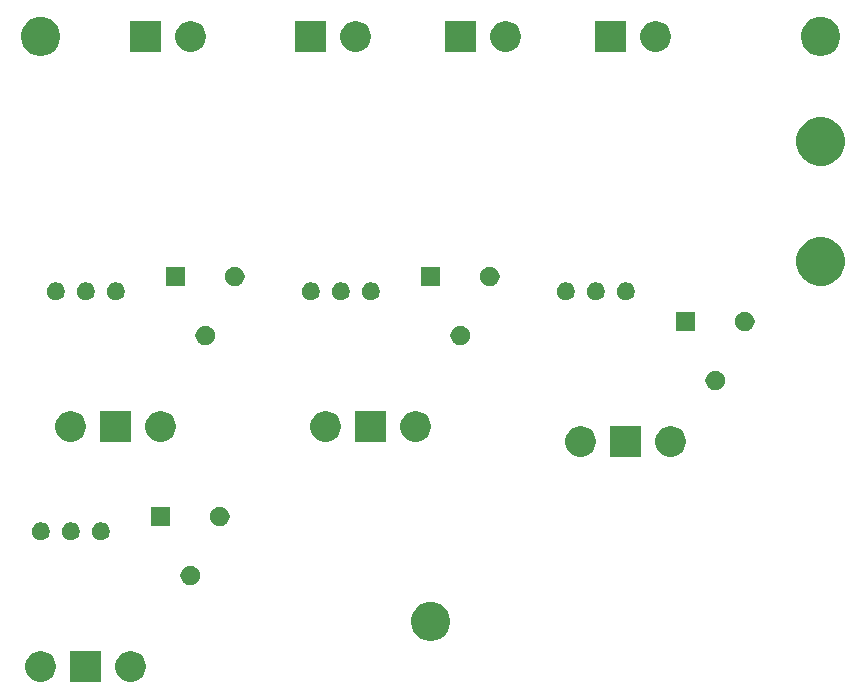
<source format=gbr>
G04 #@! TF.GenerationSoftware,KiCad,Pcbnew,(5.1.2)-1*
G04 #@! TF.CreationDate,2019-06-07T00:55:15-04:00*
G04 #@! TF.ProjectId,volt mod 2,766f6c74-206d-46f6-9420-322e6b696361,rev?*
G04 #@! TF.SameCoordinates,Original*
G04 #@! TF.FileFunction,Soldermask,Top*
G04 #@! TF.FilePolarity,Negative*
%FSLAX46Y46*%
G04 Gerber Fmt 4.6, Leading zero omitted, Abs format (unit mm)*
G04 Created by KiCad (PCBNEW (5.1.2)-1) date 2019-06-07 00:55:15*
%MOMM*%
%LPD*%
G04 APERTURE LIST*
%ADD10C,0.100000*%
G04 APERTURE END LIST*
D10*
G36*
X29589393Y-177819304D02*
G01*
X29826101Y-177917352D01*
X29826103Y-177917353D01*
X30039135Y-178059696D01*
X30220304Y-178240865D01*
X30362647Y-178453897D01*
X30362648Y-178453899D01*
X30460696Y-178690607D01*
X30510680Y-178941893D01*
X30510680Y-179198107D01*
X30460696Y-179449393D01*
X30362648Y-179686101D01*
X30362647Y-179686103D01*
X30220304Y-179899135D01*
X30039135Y-180080304D01*
X29826103Y-180222647D01*
X29826102Y-180222648D01*
X29826101Y-180222648D01*
X29589393Y-180320696D01*
X29338107Y-180370680D01*
X29081893Y-180370680D01*
X28830607Y-180320696D01*
X28593899Y-180222648D01*
X28593898Y-180222648D01*
X28593897Y-180222647D01*
X28380865Y-180080304D01*
X28199696Y-179899135D01*
X28057353Y-179686103D01*
X28057352Y-179686101D01*
X27959304Y-179449393D01*
X27909320Y-179198107D01*
X27909320Y-178941893D01*
X27959304Y-178690607D01*
X28057352Y-178453899D01*
X28057353Y-178453897D01*
X28199696Y-178240865D01*
X28380865Y-178059696D01*
X28593897Y-177917353D01*
X28593899Y-177917352D01*
X28830607Y-177819304D01*
X29081893Y-177769320D01*
X29338107Y-177769320D01*
X29589393Y-177819304D01*
X29589393Y-177819304D01*
G37*
G36*
X37209393Y-177819304D02*
G01*
X37446101Y-177917352D01*
X37446103Y-177917353D01*
X37659135Y-178059696D01*
X37840304Y-178240865D01*
X37982647Y-178453897D01*
X37982648Y-178453899D01*
X38080696Y-178690607D01*
X38130680Y-178941893D01*
X38130680Y-179198107D01*
X38080696Y-179449393D01*
X37982648Y-179686101D01*
X37982647Y-179686103D01*
X37840304Y-179899135D01*
X37659135Y-180080304D01*
X37446103Y-180222647D01*
X37446102Y-180222648D01*
X37446101Y-180222648D01*
X37209393Y-180320696D01*
X36958107Y-180370680D01*
X36701893Y-180370680D01*
X36450607Y-180320696D01*
X36213899Y-180222648D01*
X36213898Y-180222648D01*
X36213897Y-180222647D01*
X36000865Y-180080304D01*
X35819696Y-179899135D01*
X35677353Y-179686103D01*
X35677352Y-179686101D01*
X35579304Y-179449393D01*
X35529320Y-179198107D01*
X35529320Y-178941893D01*
X35579304Y-178690607D01*
X35677352Y-178453899D01*
X35677353Y-178453897D01*
X35819696Y-178240865D01*
X36000865Y-178059696D01*
X36213897Y-177917353D01*
X36213899Y-177917352D01*
X36450607Y-177819304D01*
X36701893Y-177769320D01*
X36958107Y-177769320D01*
X37209393Y-177819304D01*
X37209393Y-177819304D01*
G37*
G36*
X34320680Y-180370680D02*
G01*
X31719320Y-180370680D01*
X31719320Y-177769320D01*
X34320680Y-177769320D01*
X34320680Y-180370680D01*
X34320680Y-180370680D01*
G37*
G36*
X62605256Y-173651298D02*
G01*
X62711579Y-173672447D01*
X63012042Y-173796903D01*
X63282451Y-173977585D01*
X63512415Y-174207549D01*
X63693097Y-174477958D01*
X63817553Y-174778421D01*
X63881000Y-175097391D01*
X63881000Y-175422609D01*
X63817553Y-175741579D01*
X63693097Y-176042042D01*
X63512415Y-176312451D01*
X63282451Y-176542415D01*
X63012042Y-176723097D01*
X62711579Y-176847553D01*
X62605256Y-176868702D01*
X62392611Y-176911000D01*
X62067389Y-176911000D01*
X61854744Y-176868702D01*
X61748421Y-176847553D01*
X61447958Y-176723097D01*
X61177549Y-176542415D01*
X60947585Y-176312451D01*
X60766903Y-176042042D01*
X60642447Y-175741579D01*
X60579000Y-175422609D01*
X60579000Y-175097391D01*
X60642447Y-174778421D01*
X60766903Y-174477958D01*
X60947585Y-174207549D01*
X61177549Y-173977585D01*
X61447958Y-173796903D01*
X61748421Y-173672447D01*
X61854744Y-173651298D01*
X62067389Y-173609000D01*
X62392611Y-173609000D01*
X62605256Y-173651298D01*
X62605256Y-173651298D01*
G37*
G36*
X42110935Y-170575742D02*
G01*
X42261258Y-170638008D01*
X42396545Y-170728404D01*
X42511596Y-170843455D01*
X42601992Y-170978742D01*
X42664258Y-171129065D01*
X42696000Y-171288646D01*
X42696000Y-171451354D01*
X42664258Y-171610935D01*
X42601992Y-171761258D01*
X42511596Y-171896545D01*
X42396545Y-172011596D01*
X42261258Y-172101992D01*
X42110935Y-172164258D01*
X41951354Y-172196000D01*
X41788646Y-172196000D01*
X41629065Y-172164258D01*
X41478742Y-172101992D01*
X41343455Y-172011596D01*
X41228404Y-171896545D01*
X41138008Y-171761258D01*
X41075742Y-171610935D01*
X41044000Y-171451354D01*
X41044000Y-171288646D01*
X41075742Y-171129065D01*
X41138008Y-170978742D01*
X41228404Y-170843455D01*
X41343455Y-170728404D01*
X41478742Y-170638008D01*
X41629065Y-170575742D01*
X41788646Y-170544000D01*
X41951354Y-170544000D01*
X42110935Y-170575742D01*
X42110935Y-170575742D01*
G37*
G36*
X29335589Y-166878876D02*
G01*
X29434893Y-166898629D01*
X29575206Y-166956748D01*
X29701484Y-167041125D01*
X29808875Y-167148516D01*
X29893252Y-167274794D01*
X29951371Y-167415107D01*
X29981000Y-167564063D01*
X29981000Y-167715937D01*
X29951371Y-167864893D01*
X29893252Y-168005206D01*
X29808875Y-168131484D01*
X29701484Y-168238875D01*
X29575206Y-168323252D01*
X29434893Y-168381371D01*
X29335589Y-168401124D01*
X29285938Y-168411000D01*
X29134062Y-168411000D01*
X29084411Y-168401124D01*
X28985107Y-168381371D01*
X28844794Y-168323252D01*
X28718516Y-168238875D01*
X28611125Y-168131484D01*
X28526748Y-168005206D01*
X28468629Y-167864893D01*
X28439000Y-167715937D01*
X28439000Y-167564063D01*
X28468629Y-167415107D01*
X28526748Y-167274794D01*
X28611125Y-167148516D01*
X28718516Y-167041125D01*
X28844794Y-166956748D01*
X28985107Y-166898629D01*
X29084411Y-166878876D01*
X29134062Y-166869000D01*
X29285938Y-166869000D01*
X29335589Y-166878876D01*
X29335589Y-166878876D01*
G37*
G36*
X34415589Y-166878876D02*
G01*
X34514893Y-166898629D01*
X34655206Y-166956748D01*
X34781484Y-167041125D01*
X34888875Y-167148516D01*
X34973252Y-167274794D01*
X35031371Y-167415107D01*
X35061000Y-167564063D01*
X35061000Y-167715937D01*
X35031371Y-167864893D01*
X34973252Y-168005206D01*
X34888875Y-168131484D01*
X34781484Y-168238875D01*
X34655206Y-168323252D01*
X34514893Y-168381371D01*
X34415589Y-168401124D01*
X34365938Y-168411000D01*
X34214062Y-168411000D01*
X34164411Y-168401124D01*
X34065107Y-168381371D01*
X33924794Y-168323252D01*
X33798516Y-168238875D01*
X33691125Y-168131484D01*
X33606748Y-168005206D01*
X33548629Y-167864893D01*
X33519000Y-167715937D01*
X33519000Y-167564063D01*
X33548629Y-167415107D01*
X33606748Y-167274794D01*
X33691125Y-167148516D01*
X33798516Y-167041125D01*
X33924794Y-166956748D01*
X34065107Y-166898629D01*
X34164411Y-166878876D01*
X34214062Y-166869000D01*
X34365938Y-166869000D01*
X34415589Y-166878876D01*
X34415589Y-166878876D01*
G37*
G36*
X31875589Y-166878876D02*
G01*
X31974893Y-166898629D01*
X32115206Y-166956748D01*
X32241484Y-167041125D01*
X32348875Y-167148516D01*
X32433252Y-167274794D01*
X32491371Y-167415107D01*
X32521000Y-167564063D01*
X32521000Y-167715937D01*
X32491371Y-167864893D01*
X32433252Y-168005206D01*
X32348875Y-168131484D01*
X32241484Y-168238875D01*
X32115206Y-168323252D01*
X31974893Y-168381371D01*
X31875589Y-168401124D01*
X31825938Y-168411000D01*
X31674062Y-168411000D01*
X31624411Y-168401124D01*
X31525107Y-168381371D01*
X31384794Y-168323252D01*
X31258516Y-168238875D01*
X31151125Y-168131484D01*
X31066748Y-168005206D01*
X31008629Y-167864893D01*
X30979000Y-167715937D01*
X30979000Y-167564063D01*
X31008629Y-167415107D01*
X31066748Y-167274794D01*
X31151125Y-167148516D01*
X31258516Y-167041125D01*
X31384794Y-166956748D01*
X31525107Y-166898629D01*
X31624411Y-166878876D01*
X31674062Y-166869000D01*
X31825938Y-166869000D01*
X31875589Y-166878876D01*
X31875589Y-166878876D01*
G37*
G36*
X44610935Y-165575742D02*
G01*
X44761258Y-165638008D01*
X44896545Y-165728404D01*
X45011596Y-165843455D01*
X45101992Y-165978742D01*
X45164258Y-166129065D01*
X45196000Y-166288646D01*
X45196000Y-166451354D01*
X45164258Y-166610935D01*
X45101992Y-166761258D01*
X45011596Y-166896545D01*
X44896545Y-167011596D01*
X44761258Y-167101992D01*
X44610935Y-167164258D01*
X44451354Y-167196000D01*
X44288646Y-167196000D01*
X44129065Y-167164258D01*
X43978742Y-167101992D01*
X43843455Y-167011596D01*
X43728404Y-166896545D01*
X43638008Y-166761258D01*
X43575742Y-166610935D01*
X43544000Y-166451354D01*
X43544000Y-166288646D01*
X43575742Y-166129065D01*
X43638008Y-165978742D01*
X43728404Y-165843455D01*
X43843455Y-165728404D01*
X43978742Y-165638008D01*
X44129065Y-165575742D01*
X44288646Y-165544000D01*
X44451354Y-165544000D01*
X44610935Y-165575742D01*
X44610935Y-165575742D01*
G37*
G36*
X40196000Y-167196000D02*
G01*
X38544000Y-167196000D01*
X38544000Y-165544000D01*
X40196000Y-165544000D01*
X40196000Y-167196000D01*
X40196000Y-167196000D01*
G37*
G36*
X82929393Y-158769304D02*
G01*
X83166101Y-158867352D01*
X83166103Y-158867353D01*
X83379135Y-159009696D01*
X83560304Y-159190865D01*
X83677394Y-159366103D01*
X83702648Y-159403899D01*
X83800696Y-159640607D01*
X83850680Y-159891893D01*
X83850680Y-160148107D01*
X83800696Y-160399393D01*
X83702648Y-160636101D01*
X83702647Y-160636103D01*
X83560304Y-160849135D01*
X83379135Y-161030304D01*
X83166103Y-161172647D01*
X83166102Y-161172648D01*
X83166101Y-161172648D01*
X82929393Y-161270696D01*
X82678107Y-161320680D01*
X82421893Y-161320680D01*
X82170607Y-161270696D01*
X81933899Y-161172648D01*
X81933898Y-161172648D01*
X81933897Y-161172647D01*
X81720865Y-161030304D01*
X81539696Y-160849135D01*
X81397353Y-160636103D01*
X81397352Y-160636101D01*
X81299304Y-160399393D01*
X81249320Y-160148107D01*
X81249320Y-159891893D01*
X81299304Y-159640607D01*
X81397352Y-159403899D01*
X81422606Y-159366103D01*
X81539696Y-159190865D01*
X81720865Y-159009696D01*
X81933897Y-158867353D01*
X81933899Y-158867352D01*
X82170607Y-158769304D01*
X82421893Y-158719320D01*
X82678107Y-158719320D01*
X82929393Y-158769304D01*
X82929393Y-158769304D01*
G37*
G36*
X80040680Y-161320680D02*
G01*
X77439320Y-161320680D01*
X77439320Y-158719320D01*
X80040680Y-158719320D01*
X80040680Y-161320680D01*
X80040680Y-161320680D01*
G37*
G36*
X75309393Y-158769304D02*
G01*
X75546101Y-158867352D01*
X75546103Y-158867353D01*
X75759135Y-159009696D01*
X75940304Y-159190865D01*
X76057394Y-159366103D01*
X76082648Y-159403899D01*
X76180696Y-159640607D01*
X76230680Y-159891893D01*
X76230680Y-160148107D01*
X76180696Y-160399393D01*
X76082648Y-160636101D01*
X76082647Y-160636103D01*
X75940304Y-160849135D01*
X75759135Y-161030304D01*
X75546103Y-161172647D01*
X75546102Y-161172648D01*
X75546101Y-161172648D01*
X75309393Y-161270696D01*
X75058107Y-161320680D01*
X74801893Y-161320680D01*
X74550607Y-161270696D01*
X74313899Y-161172648D01*
X74313898Y-161172648D01*
X74313897Y-161172647D01*
X74100865Y-161030304D01*
X73919696Y-160849135D01*
X73777353Y-160636103D01*
X73777352Y-160636101D01*
X73679304Y-160399393D01*
X73629320Y-160148107D01*
X73629320Y-159891893D01*
X73679304Y-159640607D01*
X73777352Y-159403899D01*
X73802606Y-159366103D01*
X73919696Y-159190865D01*
X74100865Y-159009696D01*
X74313897Y-158867353D01*
X74313899Y-158867352D01*
X74550607Y-158769304D01*
X74801893Y-158719320D01*
X75058107Y-158719320D01*
X75309393Y-158769304D01*
X75309393Y-158769304D01*
G37*
G36*
X32129393Y-157499304D02*
G01*
X32366101Y-157597352D01*
X32366103Y-157597353D01*
X32579135Y-157739696D01*
X32760304Y-157920865D01*
X32902647Y-158133897D01*
X32902648Y-158133899D01*
X33000696Y-158370607D01*
X33050680Y-158621893D01*
X33050680Y-158878107D01*
X33000696Y-159129393D01*
X32902648Y-159366101D01*
X32902647Y-159366103D01*
X32760304Y-159579135D01*
X32579135Y-159760304D01*
X32366103Y-159902647D01*
X32366102Y-159902648D01*
X32366101Y-159902648D01*
X32129393Y-160000696D01*
X31878107Y-160050680D01*
X31621893Y-160050680D01*
X31370607Y-160000696D01*
X31133899Y-159902648D01*
X31133898Y-159902648D01*
X31133897Y-159902647D01*
X30920865Y-159760304D01*
X30739696Y-159579135D01*
X30597353Y-159366103D01*
X30597352Y-159366101D01*
X30499304Y-159129393D01*
X30449320Y-158878107D01*
X30449320Y-158621893D01*
X30499304Y-158370607D01*
X30597352Y-158133899D01*
X30597353Y-158133897D01*
X30739696Y-157920865D01*
X30920865Y-157739696D01*
X31133897Y-157597353D01*
X31133899Y-157597352D01*
X31370607Y-157499304D01*
X31621893Y-157449320D01*
X31878107Y-157449320D01*
X32129393Y-157499304D01*
X32129393Y-157499304D01*
G37*
G36*
X58450680Y-160050680D02*
G01*
X55849320Y-160050680D01*
X55849320Y-157449320D01*
X58450680Y-157449320D01*
X58450680Y-160050680D01*
X58450680Y-160050680D01*
G37*
G36*
X61339393Y-157499304D02*
G01*
X61576101Y-157597352D01*
X61576103Y-157597353D01*
X61789135Y-157739696D01*
X61970304Y-157920865D01*
X62112647Y-158133897D01*
X62112648Y-158133899D01*
X62210696Y-158370607D01*
X62260680Y-158621893D01*
X62260680Y-158878107D01*
X62210696Y-159129393D01*
X62112648Y-159366101D01*
X62112647Y-159366103D01*
X61970304Y-159579135D01*
X61789135Y-159760304D01*
X61576103Y-159902647D01*
X61576102Y-159902648D01*
X61576101Y-159902648D01*
X61339393Y-160000696D01*
X61088107Y-160050680D01*
X60831893Y-160050680D01*
X60580607Y-160000696D01*
X60343899Y-159902648D01*
X60343898Y-159902648D01*
X60343897Y-159902647D01*
X60130865Y-159760304D01*
X59949696Y-159579135D01*
X59807353Y-159366103D01*
X59807352Y-159366101D01*
X59709304Y-159129393D01*
X59659320Y-158878107D01*
X59659320Y-158621893D01*
X59709304Y-158370607D01*
X59807352Y-158133899D01*
X59807353Y-158133897D01*
X59949696Y-157920865D01*
X60130865Y-157739696D01*
X60343897Y-157597353D01*
X60343899Y-157597352D01*
X60580607Y-157499304D01*
X60831893Y-157449320D01*
X61088107Y-157449320D01*
X61339393Y-157499304D01*
X61339393Y-157499304D01*
G37*
G36*
X53719393Y-157499304D02*
G01*
X53956101Y-157597352D01*
X53956103Y-157597353D01*
X54169135Y-157739696D01*
X54350304Y-157920865D01*
X54492647Y-158133897D01*
X54492648Y-158133899D01*
X54590696Y-158370607D01*
X54640680Y-158621893D01*
X54640680Y-158878107D01*
X54590696Y-159129393D01*
X54492648Y-159366101D01*
X54492647Y-159366103D01*
X54350304Y-159579135D01*
X54169135Y-159760304D01*
X53956103Y-159902647D01*
X53956102Y-159902648D01*
X53956101Y-159902648D01*
X53719393Y-160000696D01*
X53468107Y-160050680D01*
X53211893Y-160050680D01*
X52960607Y-160000696D01*
X52723899Y-159902648D01*
X52723898Y-159902648D01*
X52723897Y-159902647D01*
X52510865Y-159760304D01*
X52329696Y-159579135D01*
X52187353Y-159366103D01*
X52187352Y-159366101D01*
X52089304Y-159129393D01*
X52039320Y-158878107D01*
X52039320Y-158621893D01*
X52089304Y-158370607D01*
X52187352Y-158133899D01*
X52187353Y-158133897D01*
X52329696Y-157920865D01*
X52510865Y-157739696D01*
X52723897Y-157597353D01*
X52723899Y-157597352D01*
X52960607Y-157499304D01*
X53211893Y-157449320D01*
X53468107Y-157449320D01*
X53719393Y-157499304D01*
X53719393Y-157499304D01*
G37*
G36*
X36860680Y-160050680D02*
G01*
X34259320Y-160050680D01*
X34259320Y-157449320D01*
X36860680Y-157449320D01*
X36860680Y-160050680D01*
X36860680Y-160050680D01*
G37*
G36*
X39749393Y-157499304D02*
G01*
X39986101Y-157597352D01*
X39986103Y-157597353D01*
X40199135Y-157739696D01*
X40380304Y-157920865D01*
X40522647Y-158133897D01*
X40522648Y-158133899D01*
X40620696Y-158370607D01*
X40670680Y-158621893D01*
X40670680Y-158878107D01*
X40620696Y-159129393D01*
X40522648Y-159366101D01*
X40522647Y-159366103D01*
X40380304Y-159579135D01*
X40199135Y-159760304D01*
X39986103Y-159902647D01*
X39986102Y-159902648D01*
X39986101Y-159902648D01*
X39749393Y-160000696D01*
X39498107Y-160050680D01*
X39241893Y-160050680D01*
X38990607Y-160000696D01*
X38753899Y-159902648D01*
X38753898Y-159902648D01*
X38753897Y-159902647D01*
X38540865Y-159760304D01*
X38359696Y-159579135D01*
X38217353Y-159366103D01*
X38217352Y-159366101D01*
X38119304Y-159129393D01*
X38069320Y-158878107D01*
X38069320Y-158621893D01*
X38119304Y-158370607D01*
X38217352Y-158133899D01*
X38217353Y-158133897D01*
X38359696Y-157920865D01*
X38540865Y-157739696D01*
X38753897Y-157597353D01*
X38753899Y-157597352D01*
X38990607Y-157499304D01*
X39241893Y-157449320D01*
X39498107Y-157449320D01*
X39749393Y-157499304D01*
X39749393Y-157499304D01*
G37*
G36*
X86560935Y-154065742D02*
G01*
X86711258Y-154128008D01*
X86846545Y-154218404D01*
X86961596Y-154333455D01*
X87051992Y-154468742D01*
X87114258Y-154619065D01*
X87146000Y-154778646D01*
X87146000Y-154941354D01*
X87114258Y-155100935D01*
X87051992Y-155251258D01*
X86961596Y-155386545D01*
X86846545Y-155501596D01*
X86711258Y-155591992D01*
X86560935Y-155654258D01*
X86401354Y-155686000D01*
X86238646Y-155686000D01*
X86079065Y-155654258D01*
X85928742Y-155591992D01*
X85793455Y-155501596D01*
X85678404Y-155386545D01*
X85588008Y-155251258D01*
X85525742Y-155100935D01*
X85494000Y-154941354D01*
X85494000Y-154778646D01*
X85525742Y-154619065D01*
X85588008Y-154468742D01*
X85678404Y-154333455D01*
X85793455Y-154218404D01*
X85928742Y-154128008D01*
X86079065Y-154065742D01*
X86238646Y-154034000D01*
X86401354Y-154034000D01*
X86560935Y-154065742D01*
X86560935Y-154065742D01*
G37*
G36*
X64970935Y-150255742D02*
G01*
X65121258Y-150318008D01*
X65256545Y-150408404D01*
X65371596Y-150523455D01*
X65461992Y-150658742D01*
X65524258Y-150809065D01*
X65556000Y-150968646D01*
X65556000Y-151131354D01*
X65524258Y-151290935D01*
X65461992Y-151441258D01*
X65371596Y-151576545D01*
X65256545Y-151691596D01*
X65121258Y-151781992D01*
X64970935Y-151844258D01*
X64811354Y-151876000D01*
X64648646Y-151876000D01*
X64489065Y-151844258D01*
X64338742Y-151781992D01*
X64203455Y-151691596D01*
X64088404Y-151576545D01*
X63998008Y-151441258D01*
X63935742Y-151290935D01*
X63904000Y-151131354D01*
X63904000Y-150968646D01*
X63935742Y-150809065D01*
X63998008Y-150658742D01*
X64088404Y-150523455D01*
X64203455Y-150408404D01*
X64338742Y-150318008D01*
X64489065Y-150255742D01*
X64648646Y-150224000D01*
X64811354Y-150224000D01*
X64970935Y-150255742D01*
X64970935Y-150255742D01*
G37*
G36*
X43380935Y-150255742D02*
G01*
X43531258Y-150318008D01*
X43666545Y-150408404D01*
X43781596Y-150523455D01*
X43871992Y-150658742D01*
X43934258Y-150809065D01*
X43966000Y-150968646D01*
X43966000Y-151131354D01*
X43934258Y-151290935D01*
X43871992Y-151441258D01*
X43781596Y-151576545D01*
X43666545Y-151691596D01*
X43531258Y-151781992D01*
X43380935Y-151844258D01*
X43221354Y-151876000D01*
X43058646Y-151876000D01*
X42899065Y-151844258D01*
X42748742Y-151781992D01*
X42613455Y-151691596D01*
X42498404Y-151576545D01*
X42408008Y-151441258D01*
X42345742Y-151290935D01*
X42314000Y-151131354D01*
X42314000Y-150968646D01*
X42345742Y-150809065D01*
X42408008Y-150658742D01*
X42498404Y-150523455D01*
X42613455Y-150408404D01*
X42748742Y-150318008D01*
X42899065Y-150255742D01*
X43058646Y-150224000D01*
X43221354Y-150224000D01*
X43380935Y-150255742D01*
X43380935Y-150255742D01*
G37*
G36*
X89060935Y-149065742D02*
G01*
X89211258Y-149128008D01*
X89346545Y-149218404D01*
X89461596Y-149333455D01*
X89551992Y-149468742D01*
X89614258Y-149619065D01*
X89646000Y-149778646D01*
X89646000Y-149941354D01*
X89614258Y-150100935D01*
X89551992Y-150251258D01*
X89461596Y-150386545D01*
X89346545Y-150501596D01*
X89211258Y-150591992D01*
X89060935Y-150654258D01*
X88901354Y-150686000D01*
X88738646Y-150686000D01*
X88579065Y-150654258D01*
X88428742Y-150591992D01*
X88293455Y-150501596D01*
X88178404Y-150386545D01*
X88088008Y-150251258D01*
X88025742Y-150100935D01*
X87994000Y-149941354D01*
X87994000Y-149778646D01*
X88025742Y-149619065D01*
X88088008Y-149468742D01*
X88178404Y-149333455D01*
X88293455Y-149218404D01*
X88428742Y-149128008D01*
X88579065Y-149065742D01*
X88738646Y-149034000D01*
X88901354Y-149034000D01*
X89060935Y-149065742D01*
X89060935Y-149065742D01*
G37*
G36*
X84646000Y-150686000D02*
G01*
X82994000Y-150686000D01*
X82994000Y-149034000D01*
X84646000Y-149034000D01*
X84646000Y-150686000D01*
X84646000Y-150686000D01*
G37*
G36*
X76325589Y-146558876D02*
G01*
X76424893Y-146578629D01*
X76565206Y-146636748D01*
X76691484Y-146721125D01*
X76798875Y-146828516D01*
X76883252Y-146954794D01*
X76941371Y-147095107D01*
X76971000Y-147244063D01*
X76971000Y-147395937D01*
X76941371Y-147544893D01*
X76883252Y-147685206D01*
X76798875Y-147811484D01*
X76691484Y-147918875D01*
X76565206Y-148003252D01*
X76424893Y-148061371D01*
X76325589Y-148081124D01*
X76275938Y-148091000D01*
X76124062Y-148091000D01*
X76074411Y-148081124D01*
X75975107Y-148061371D01*
X75834794Y-148003252D01*
X75708516Y-147918875D01*
X75601125Y-147811484D01*
X75516748Y-147685206D01*
X75458629Y-147544893D01*
X75429000Y-147395937D01*
X75429000Y-147244063D01*
X75458629Y-147095107D01*
X75516748Y-146954794D01*
X75601125Y-146828516D01*
X75708516Y-146721125D01*
X75834794Y-146636748D01*
X75975107Y-146578629D01*
X76074411Y-146558876D01*
X76124062Y-146549000D01*
X76275938Y-146549000D01*
X76325589Y-146558876D01*
X76325589Y-146558876D01*
G37*
G36*
X78865589Y-146558876D02*
G01*
X78964893Y-146578629D01*
X79105206Y-146636748D01*
X79231484Y-146721125D01*
X79338875Y-146828516D01*
X79423252Y-146954794D01*
X79481371Y-147095107D01*
X79511000Y-147244063D01*
X79511000Y-147395937D01*
X79481371Y-147544893D01*
X79423252Y-147685206D01*
X79338875Y-147811484D01*
X79231484Y-147918875D01*
X79105206Y-148003252D01*
X78964893Y-148061371D01*
X78865589Y-148081124D01*
X78815938Y-148091000D01*
X78664062Y-148091000D01*
X78614411Y-148081124D01*
X78515107Y-148061371D01*
X78374794Y-148003252D01*
X78248516Y-147918875D01*
X78141125Y-147811484D01*
X78056748Y-147685206D01*
X77998629Y-147544893D01*
X77969000Y-147395937D01*
X77969000Y-147244063D01*
X77998629Y-147095107D01*
X78056748Y-146954794D01*
X78141125Y-146828516D01*
X78248516Y-146721125D01*
X78374794Y-146636748D01*
X78515107Y-146578629D01*
X78614411Y-146558876D01*
X78664062Y-146549000D01*
X78815938Y-146549000D01*
X78865589Y-146558876D01*
X78865589Y-146558876D01*
G37*
G36*
X73785589Y-146558876D02*
G01*
X73884893Y-146578629D01*
X74025206Y-146636748D01*
X74151484Y-146721125D01*
X74258875Y-146828516D01*
X74343252Y-146954794D01*
X74401371Y-147095107D01*
X74431000Y-147244063D01*
X74431000Y-147395937D01*
X74401371Y-147544893D01*
X74343252Y-147685206D01*
X74258875Y-147811484D01*
X74151484Y-147918875D01*
X74025206Y-148003252D01*
X73884893Y-148061371D01*
X73785589Y-148081124D01*
X73735938Y-148091000D01*
X73584062Y-148091000D01*
X73534411Y-148081124D01*
X73435107Y-148061371D01*
X73294794Y-148003252D01*
X73168516Y-147918875D01*
X73061125Y-147811484D01*
X72976748Y-147685206D01*
X72918629Y-147544893D01*
X72889000Y-147395937D01*
X72889000Y-147244063D01*
X72918629Y-147095107D01*
X72976748Y-146954794D01*
X73061125Y-146828516D01*
X73168516Y-146721125D01*
X73294794Y-146636748D01*
X73435107Y-146578629D01*
X73534411Y-146558876D01*
X73584062Y-146549000D01*
X73735938Y-146549000D01*
X73785589Y-146558876D01*
X73785589Y-146558876D01*
G37*
G36*
X30605589Y-146558876D02*
G01*
X30704893Y-146578629D01*
X30845206Y-146636748D01*
X30971484Y-146721125D01*
X31078875Y-146828516D01*
X31163252Y-146954794D01*
X31221371Y-147095107D01*
X31251000Y-147244063D01*
X31251000Y-147395937D01*
X31221371Y-147544893D01*
X31163252Y-147685206D01*
X31078875Y-147811484D01*
X30971484Y-147918875D01*
X30845206Y-148003252D01*
X30704893Y-148061371D01*
X30605589Y-148081124D01*
X30555938Y-148091000D01*
X30404062Y-148091000D01*
X30354411Y-148081124D01*
X30255107Y-148061371D01*
X30114794Y-148003252D01*
X29988516Y-147918875D01*
X29881125Y-147811484D01*
X29796748Y-147685206D01*
X29738629Y-147544893D01*
X29709000Y-147395937D01*
X29709000Y-147244063D01*
X29738629Y-147095107D01*
X29796748Y-146954794D01*
X29881125Y-146828516D01*
X29988516Y-146721125D01*
X30114794Y-146636748D01*
X30255107Y-146578629D01*
X30354411Y-146558876D01*
X30404062Y-146549000D01*
X30555938Y-146549000D01*
X30605589Y-146558876D01*
X30605589Y-146558876D01*
G37*
G36*
X33145589Y-146558876D02*
G01*
X33244893Y-146578629D01*
X33385206Y-146636748D01*
X33511484Y-146721125D01*
X33618875Y-146828516D01*
X33703252Y-146954794D01*
X33761371Y-147095107D01*
X33791000Y-147244063D01*
X33791000Y-147395937D01*
X33761371Y-147544893D01*
X33703252Y-147685206D01*
X33618875Y-147811484D01*
X33511484Y-147918875D01*
X33385206Y-148003252D01*
X33244893Y-148061371D01*
X33145589Y-148081124D01*
X33095938Y-148091000D01*
X32944062Y-148091000D01*
X32894411Y-148081124D01*
X32795107Y-148061371D01*
X32654794Y-148003252D01*
X32528516Y-147918875D01*
X32421125Y-147811484D01*
X32336748Y-147685206D01*
X32278629Y-147544893D01*
X32249000Y-147395937D01*
X32249000Y-147244063D01*
X32278629Y-147095107D01*
X32336748Y-146954794D01*
X32421125Y-146828516D01*
X32528516Y-146721125D01*
X32654794Y-146636748D01*
X32795107Y-146578629D01*
X32894411Y-146558876D01*
X32944062Y-146549000D01*
X33095938Y-146549000D01*
X33145589Y-146558876D01*
X33145589Y-146558876D01*
G37*
G36*
X52195589Y-146558876D02*
G01*
X52294893Y-146578629D01*
X52435206Y-146636748D01*
X52561484Y-146721125D01*
X52668875Y-146828516D01*
X52753252Y-146954794D01*
X52811371Y-147095107D01*
X52841000Y-147244063D01*
X52841000Y-147395937D01*
X52811371Y-147544893D01*
X52753252Y-147685206D01*
X52668875Y-147811484D01*
X52561484Y-147918875D01*
X52435206Y-148003252D01*
X52294893Y-148061371D01*
X52195589Y-148081124D01*
X52145938Y-148091000D01*
X51994062Y-148091000D01*
X51944411Y-148081124D01*
X51845107Y-148061371D01*
X51704794Y-148003252D01*
X51578516Y-147918875D01*
X51471125Y-147811484D01*
X51386748Y-147685206D01*
X51328629Y-147544893D01*
X51299000Y-147395937D01*
X51299000Y-147244063D01*
X51328629Y-147095107D01*
X51386748Y-146954794D01*
X51471125Y-146828516D01*
X51578516Y-146721125D01*
X51704794Y-146636748D01*
X51845107Y-146578629D01*
X51944411Y-146558876D01*
X51994062Y-146549000D01*
X52145938Y-146549000D01*
X52195589Y-146558876D01*
X52195589Y-146558876D01*
G37*
G36*
X54735589Y-146558876D02*
G01*
X54834893Y-146578629D01*
X54975206Y-146636748D01*
X55101484Y-146721125D01*
X55208875Y-146828516D01*
X55293252Y-146954794D01*
X55351371Y-147095107D01*
X55381000Y-147244063D01*
X55381000Y-147395937D01*
X55351371Y-147544893D01*
X55293252Y-147685206D01*
X55208875Y-147811484D01*
X55101484Y-147918875D01*
X54975206Y-148003252D01*
X54834893Y-148061371D01*
X54735589Y-148081124D01*
X54685938Y-148091000D01*
X54534062Y-148091000D01*
X54484411Y-148081124D01*
X54385107Y-148061371D01*
X54244794Y-148003252D01*
X54118516Y-147918875D01*
X54011125Y-147811484D01*
X53926748Y-147685206D01*
X53868629Y-147544893D01*
X53839000Y-147395937D01*
X53839000Y-147244063D01*
X53868629Y-147095107D01*
X53926748Y-146954794D01*
X54011125Y-146828516D01*
X54118516Y-146721125D01*
X54244794Y-146636748D01*
X54385107Y-146578629D01*
X54484411Y-146558876D01*
X54534062Y-146549000D01*
X54685938Y-146549000D01*
X54735589Y-146558876D01*
X54735589Y-146558876D01*
G37*
G36*
X57275589Y-146558876D02*
G01*
X57374893Y-146578629D01*
X57515206Y-146636748D01*
X57641484Y-146721125D01*
X57748875Y-146828516D01*
X57833252Y-146954794D01*
X57891371Y-147095107D01*
X57921000Y-147244063D01*
X57921000Y-147395937D01*
X57891371Y-147544893D01*
X57833252Y-147685206D01*
X57748875Y-147811484D01*
X57641484Y-147918875D01*
X57515206Y-148003252D01*
X57374893Y-148061371D01*
X57275589Y-148081124D01*
X57225938Y-148091000D01*
X57074062Y-148091000D01*
X57024411Y-148081124D01*
X56925107Y-148061371D01*
X56784794Y-148003252D01*
X56658516Y-147918875D01*
X56551125Y-147811484D01*
X56466748Y-147685206D01*
X56408629Y-147544893D01*
X56379000Y-147395937D01*
X56379000Y-147244063D01*
X56408629Y-147095107D01*
X56466748Y-146954794D01*
X56551125Y-146828516D01*
X56658516Y-146721125D01*
X56784794Y-146636748D01*
X56925107Y-146578629D01*
X57024411Y-146558876D01*
X57074062Y-146549000D01*
X57225938Y-146549000D01*
X57275589Y-146558876D01*
X57275589Y-146558876D01*
G37*
G36*
X35685589Y-146558876D02*
G01*
X35784893Y-146578629D01*
X35925206Y-146636748D01*
X36051484Y-146721125D01*
X36158875Y-146828516D01*
X36243252Y-146954794D01*
X36301371Y-147095107D01*
X36331000Y-147244063D01*
X36331000Y-147395937D01*
X36301371Y-147544893D01*
X36243252Y-147685206D01*
X36158875Y-147811484D01*
X36051484Y-147918875D01*
X35925206Y-148003252D01*
X35784893Y-148061371D01*
X35685589Y-148081124D01*
X35635938Y-148091000D01*
X35484062Y-148091000D01*
X35434411Y-148081124D01*
X35335107Y-148061371D01*
X35194794Y-148003252D01*
X35068516Y-147918875D01*
X34961125Y-147811484D01*
X34876748Y-147685206D01*
X34818629Y-147544893D01*
X34789000Y-147395937D01*
X34789000Y-147244063D01*
X34818629Y-147095107D01*
X34876748Y-146954794D01*
X34961125Y-146828516D01*
X35068516Y-146721125D01*
X35194794Y-146636748D01*
X35335107Y-146578629D01*
X35434411Y-146558876D01*
X35484062Y-146549000D01*
X35635938Y-146549000D01*
X35685589Y-146558876D01*
X35685589Y-146558876D01*
G37*
G36*
X67470935Y-145255742D02*
G01*
X67621258Y-145318008D01*
X67756545Y-145408404D01*
X67871596Y-145523455D01*
X67961992Y-145658742D01*
X68024258Y-145809065D01*
X68056000Y-145968646D01*
X68056000Y-146131354D01*
X68024258Y-146290935D01*
X67961992Y-146441258D01*
X67871596Y-146576545D01*
X67756545Y-146691596D01*
X67621258Y-146781992D01*
X67470935Y-146844258D01*
X67311354Y-146876000D01*
X67148646Y-146876000D01*
X66989065Y-146844258D01*
X66838742Y-146781992D01*
X66703455Y-146691596D01*
X66588404Y-146576545D01*
X66498008Y-146441258D01*
X66435742Y-146290935D01*
X66404000Y-146131354D01*
X66404000Y-145968646D01*
X66435742Y-145809065D01*
X66498008Y-145658742D01*
X66588404Y-145523455D01*
X66703455Y-145408404D01*
X66838742Y-145318008D01*
X66989065Y-145255742D01*
X67148646Y-145224000D01*
X67311354Y-145224000D01*
X67470935Y-145255742D01*
X67470935Y-145255742D01*
G37*
G36*
X63056000Y-146876000D02*
G01*
X61404000Y-146876000D01*
X61404000Y-145224000D01*
X63056000Y-145224000D01*
X63056000Y-146876000D01*
X63056000Y-146876000D01*
G37*
G36*
X45880935Y-145255742D02*
G01*
X46031258Y-145318008D01*
X46166545Y-145408404D01*
X46281596Y-145523455D01*
X46371992Y-145658742D01*
X46434258Y-145809065D01*
X46466000Y-145968646D01*
X46466000Y-146131354D01*
X46434258Y-146290935D01*
X46371992Y-146441258D01*
X46281596Y-146576545D01*
X46166545Y-146691596D01*
X46031258Y-146781992D01*
X45880935Y-146844258D01*
X45721354Y-146876000D01*
X45558646Y-146876000D01*
X45399065Y-146844258D01*
X45248742Y-146781992D01*
X45113455Y-146691596D01*
X44998404Y-146576545D01*
X44908008Y-146441258D01*
X44845742Y-146290935D01*
X44814000Y-146131354D01*
X44814000Y-145968646D01*
X44845742Y-145809065D01*
X44908008Y-145658742D01*
X44998404Y-145523455D01*
X45113455Y-145408404D01*
X45248742Y-145318008D01*
X45399065Y-145255742D01*
X45558646Y-145224000D01*
X45721354Y-145224000D01*
X45880935Y-145255742D01*
X45880935Y-145255742D01*
G37*
G36*
X41466000Y-146876000D02*
G01*
X39814000Y-146876000D01*
X39814000Y-145224000D01*
X41466000Y-145224000D01*
X41466000Y-146876000D01*
X41466000Y-146876000D01*
G37*
G36*
X95848254Y-142807818D02*
G01*
X96221511Y-142962426D01*
X96221513Y-142962427D01*
X96557436Y-143186884D01*
X96843116Y-143472564D01*
X97067574Y-143808489D01*
X97222182Y-144181746D01*
X97301000Y-144577993D01*
X97301000Y-144982007D01*
X97222182Y-145378254D01*
X97162037Y-145523457D01*
X97067573Y-145751513D01*
X96843116Y-146087436D01*
X96557436Y-146373116D01*
X96221513Y-146597573D01*
X96221512Y-146597574D01*
X96221511Y-146597574D01*
X95848254Y-146752182D01*
X95452007Y-146831000D01*
X95047993Y-146831000D01*
X94651746Y-146752182D01*
X94278489Y-146597574D01*
X94278488Y-146597574D01*
X94278487Y-146597573D01*
X93942564Y-146373116D01*
X93656884Y-146087436D01*
X93432427Y-145751513D01*
X93337963Y-145523457D01*
X93277818Y-145378254D01*
X93199000Y-144982007D01*
X93199000Y-144577993D01*
X93277818Y-144181746D01*
X93432426Y-143808489D01*
X93656884Y-143472564D01*
X93942564Y-143186884D01*
X94278487Y-142962427D01*
X94278489Y-142962426D01*
X94651746Y-142807818D01*
X95047993Y-142729000D01*
X95452007Y-142729000D01*
X95848254Y-142807818D01*
X95848254Y-142807818D01*
G37*
G36*
X95848254Y-132647818D02*
G01*
X96221511Y-132802426D01*
X96221513Y-132802427D01*
X96557436Y-133026884D01*
X96843116Y-133312564D01*
X97067574Y-133648489D01*
X97222182Y-134021746D01*
X97301000Y-134417993D01*
X97301000Y-134822007D01*
X97222182Y-135218254D01*
X97067574Y-135591511D01*
X97067573Y-135591513D01*
X96843116Y-135927436D01*
X96557436Y-136213116D01*
X96221513Y-136437573D01*
X96221512Y-136437574D01*
X96221511Y-136437574D01*
X95848254Y-136592182D01*
X95452007Y-136671000D01*
X95047993Y-136671000D01*
X94651746Y-136592182D01*
X94278489Y-136437574D01*
X94278488Y-136437574D01*
X94278487Y-136437573D01*
X93942564Y-136213116D01*
X93656884Y-135927436D01*
X93432427Y-135591513D01*
X93432426Y-135591511D01*
X93277818Y-135218254D01*
X93199000Y-134822007D01*
X93199000Y-134417993D01*
X93277818Y-134021746D01*
X93432426Y-133648489D01*
X93656884Y-133312564D01*
X93942564Y-133026884D01*
X94278487Y-132802427D01*
X94278489Y-132802426D01*
X94651746Y-132647818D01*
X95047993Y-132569000D01*
X95452007Y-132569000D01*
X95848254Y-132647818D01*
X95848254Y-132647818D01*
G37*
G36*
X95625256Y-124121298D02*
G01*
X95731579Y-124142447D01*
X96032042Y-124266903D01*
X96302451Y-124447585D01*
X96532415Y-124677549D01*
X96713097Y-124947958D01*
X96837553Y-125248421D01*
X96901000Y-125567391D01*
X96901000Y-125892609D01*
X96837553Y-126211579D01*
X96713097Y-126512042D01*
X96532415Y-126782451D01*
X96302451Y-127012415D01*
X96032042Y-127193097D01*
X95731579Y-127317553D01*
X95625256Y-127338702D01*
X95412611Y-127381000D01*
X95087389Y-127381000D01*
X94874744Y-127338702D01*
X94768421Y-127317553D01*
X94467958Y-127193097D01*
X94197549Y-127012415D01*
X93967585Y-126782451D01*
X93786903Y-126512042D01*
X93662447Y-126211579D01*
X93599000Y-125892609D01*
X93599000Y-125567391D01*
X93662447Y-125248421D01*
X93786903Y-124947958D01*
X93967585Y-124677549D01*
X94197549Y-124447585D01*
X94467958Y-124266903D01*
X94768421Y-124142447D01*
X94874744Y-124121298D01*
X95087389Y-124079000D01*
X95412611Y-124079000D01*
X95625256Y-124121298D01*
X95625256Y-124121298D01*
G37*
G36*
X29585256Y-124121298D02*
G01*
X29691579Y-124142447D01*
X29992042Y-124266903D01*
X30262451Y-124447585D01*
X30492415Y-124677549D01*
X30673097Y-124947958D01*
X30797553Y-125248421D01*
X30861000Y-125567391D01*
X30861000Y-125892609D01*
X30797553Y-126211579D01*
X30673097Y-126512042D01*
X30492415Y-126782451D01*
X30262451Y-127012415D01*
X29992042Y-127193097D01*
X29691579Y-127317553D01*
X29585256Y-127338702D01*
X29372611Y-127381000D01*
X29047389Y-127381000D01*
X28834744Y-127338702D01*
X28728421Y-127317553D01*
X28427958Y-127193097D01*
X28157549Y-127012415D01*
X27927585Y-126782451D01*
X27746903Y-126512042D01*
X27622447Y-126211579D01*
X27559000Y-125892609D01*
X27559000Y-125567391D01*
X27622447Y-125248421D01*
X27746903Y-124947958D01*
X27927585Y-124677549D01*
X28157549Y-124447585D01*
X28427958Y-124266903D01*
X28728421Y-124142447D01*
X28834744Y-124121298D01*
X29047389Y-124079000D01*
X29372611Y-124079000D01*
X29585256Y-124121298D01*
X29585256Y-124121298D01*
G37*
G36*
X81659393Y-124479304D02*
G01*
X81896101Y-124577352D01*
X81896103Y-124577353D01*
X82109135Y-124719696D01*
X82290304Y-124900865D01*
X82432647Y-125113897D01*
X82432648Y-125113899D01*
X82530696Y-125350607D01*
X82580680Y-125601893D01*
X82580680Y-125858107D01*
X82530696Y-126109393D01*
X82488369Y-126211578D01*
X82432647Y-126346103D01*
X82290304Y-126559135D01*
X82109135Y-126740304D01*
X81896103Y-126882647D01*
X81896102Y-126882648D01*
X81896101Y-126882648D01*
X81659393Y-126980696D01*
X81408107Y-127030680D01*
X81151893Y-127030680D01*
X80900607Y-126980696D01*
X80663899Y-126882648D01*
X80663898Y-126882648D01*
X80663897Y-126882647D01*
X80450865Y-126740304D01*
X80269696Y-126559135D01*
X80127353Y-126346103D01*
X80071631Y-126211578D01*
X80029304Y-126109393D01*
X79979320Y-125858107D01*
X79979320Y-125601893D01*
X80029304Y-125350607D01*
X80127352Y-125113899D01*
X80127353Y-125113897D01*
X80269696Y-124900865D01*
X80450865Y-124719696D01*
X80663897Y-124577353D01*
X80663899Y-124577352D01*
X80900607Y-124479304D01*
X81151893Y-124429320D01*
X81408107Y-124429320D01*
X81659393Y-124479304D01*
X81659393Y-124479304D01*
G37*
G36*
X66070680Y-127030680D02*
G01*
X63469320Y-127030680D01*
X63469320Y-124429320D01*
X66070680Y-124429320D01*
X66070680Y-127030680D01*
X66070680Y-127030680D01*
G37*
G36*
X68959393Y-124479304D02*
G01*
X69196101Y-124577352D01*
X69196103Y-124577353D01*
X69409135Y-124719696D01*
X69590304Y-124900865D01*
X69732647Y-125113897D01*
X69732648Y-125113899D01*
X69830696Y-125350607D01*
X69880680Y-125601893D01*
X69880680Y-125858107D01*
X69830696Y-126109393D01*
X69788369Y-126211578D01*
X69732647Y-126346103D01*
X69590304Y-126559135D01*
X69409135Y-126740304D01*
X69196103Y-126882647D01*
X69196102Y-126882648D01*
X69196101Y-126882648D01*
X68959393Y-126980696D01*
X68708107Y-127030680D01*
X68451893Y-127030680D01*
X68200607Y-126980696D01*
X67963899Y-126882648D01*
X67963898Y-126882648D01*
X67963897Y-126882647D01*
X67750865Y-126740304D01*
X67569696Y-126559135D01*
X67427353Y-126346103D01*
X67371631Y-126211578D01*
X67329304Y-126109393D01*
X67279320Y-125858107D01*
X67279320Y-125601893D01*
X67329304Y-125350607D01*
X67427352Y-125113899D01*
X67427353Y-125113897D01*
X67569696Y-124900865D01*
X67750865Y-124719696D01*
X67963897Y-124577353D01*
X67963899Y-124577352D01*
X68200607Y-124479304D01*
X68451893Y-124429320D01*
X68708107Y-124429320D01*
X68959393Y-124479304D01*
X68959393Y-124479304D01*
G37*
G36*
X53370680Y-127030680D02*
G01*
X50769320Y-127030680D01*
X50769320Y-124429320D01*
X53370680Y-124429320D01*
X53370680Y-127030680D01*
X53370680Y-127030680D01*
G37*
G36*
X56259393Y-124479304D02*
G01*
X56496101Y-124577352D01*
X56496103Y-124577353D01*
X56709135Y-124719696D01*
X56890304Y-124900865D01*
X57032647Y-125113897D01*
X57032648Y-125113899D01*
X57130696Y-125350607D01*
X57180680Y-125601893D01*
X57180680Y-125858107D01*
X57130696Y-126109393D01*
X57088369Y-126211578D01*
X57032647Y-126346103D01*
X56890304Y-126559135D01*
X56709135Y-126740304D01*
X56496103Y-126882647D01*
X56496102Y-126882648D01*
X56496101Y-126882648D01*
X56259393Y-126980696D01*
X56008107Y-127030680D01*
X55751893Y-127030680D01*
X55500607Y-126980696D01*
X55263899Y-126882648D01*
X55263898Y-126882648D01*
X55263897Y-126882647D01*
X55050865Y-126740304D01*
X54869696Y-126559135D01*
X54727353Y-126346103D01*
X54671631Y-126211578D01*
X54629304Y-126109393D01*
X54579320Y-125858107D01*
X54579320Y-125601893D01*
X54629304Y-125350607D01*
X54727352Y-125113899D01*
X54727353Y-125113897D01*
X54869696Y-124900865D01*
X55050865Y-124719696D01*
X55263897Y-124577353D01*
X55263899Y-124577352D01*
X55500607Y-124479304D01*
X55751893Y-124429320D01*
X56008107Y-124429320D01*
X56259393Y-124479304D01*
X56259393Y-124479304D01*
G37*
G36*
X42289393Y-124479304D02*
G01*
X42526101Y-124577352D01*
X42526103Y-124577353D01*
X42739135Y-124719696D01*
X42920304Y-124900865D01*
X43062647Y-125113897D01*
X43062648Y-125113899D01*
X43160696Y-125350607D01*
X43210680Y-125601893D01*
X43210680Y-125858107D01*
X43160696Y-126109393D01*
X43118369Y-126211578D01*
X43062647Y-126346103D01*
X42920304Y-126559135D01*
X42739135Y-126740304D01*
X42526103Y-126882647D01*
X42526102Y-126882648D01*
X42526101Y-126882648D01*
X42289393Y-126980696D01*
X42038107Y-127030680D01*
X41781893Y-127030680D01*
X41530607Y-126980696D01*
X41293899Y-126882648D01*
X41293898Y-126882648D01*
X41293897Y-126882647D01*
X41080865Y-126740304D01*
X40899696Y-126559135D01*
X40757353Y-126346103D01*
X40701631Y-126211578D01*
X40659304Y-126109393D01*
X40609320Y-125858107D01*
X40609320Y-125601893D01*
X40659304Y-125350607D01*
X40757352Y-125113899D01*
X40757353Y-125113897D01*
X40899696Y-124900865D01*
X41080865Y-124719696D01*
X41293897Y-124577353D01*
X41293899Y-124577352D01*
X41530607Y-124479304D01*
X41781893Y-124429320D01*
X42038107Y-124429320D01*
X42289393Y-124479304D01*
X42289393Y-124479304D01*
G37*
G36*
X39400680Y-127030680D02*
G01*
X36799320Y-127030680D01*
X36799320Y-124429320D01*
X39400680Y-124429320D01*
X39400680Y-127030680D01*
X39400680Y-127030680D01*
G37*
G36*
X78770680Y-127030680D02*
G01*
X76169320Y-127030680D01*
X76169320Y-124429320D01*
X78770680Y-124429320D01*
X78770680Y-127030680D01*
X78770680Y-127030680D01*
G37*
M02*

</source>
